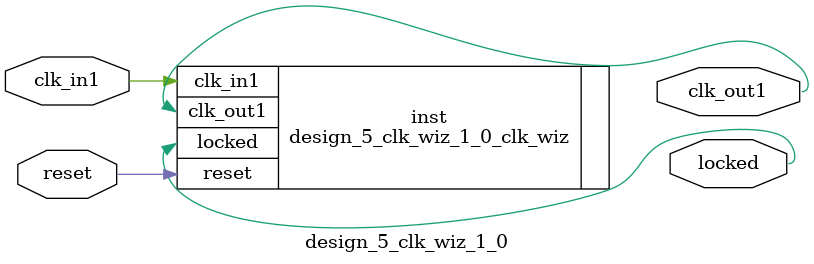
<source format=v>


`timescale 1ps/1ps

(* CORE_GENERATION_INFO = "design_5_clk_wiz_1_0,clk_wiz_v6_0_12_0_0,{component_name=design_5_clk_wiz_1_0,use_phase_alignment=true,use_min_o_jitter=false,use_max_i_jitter=false,use_dyn_phase_shift=false,use_inclk_switchover=false,use_dyn_reconfig=false,enable_axi=0,feedback_source=FDBK_AUTO,PRIMITIVE=MMCM,num_out_clk=1,clkin1_period=10.000,clkin2_period=10.000,use_power_down=false,use_reset=true,use_locked=true,use_inclk_stopped=false,feedback_type=SINGLE,CLOCK_MGR_TYPE=NA,manual_override=false}" *)

module design_5_clk_wiz_1_0 
 (
  // Clock out ports
  output        clk_out1,
  // Status and control signals
  input         reset,
  output        locked,
 // Clock in ports
  input         clk_in1
 );

  design_5_clk_wiz_1_0_clk_wiz inst
  (
  // Clock out ports  
  .clk_out1(clk_out1),
  // Status and control signals               
  .reset(reset), 
  .locked(locked),
 // Clock in ports
  .clk_in1(clk_in1)
  );

endmodule

</source>
